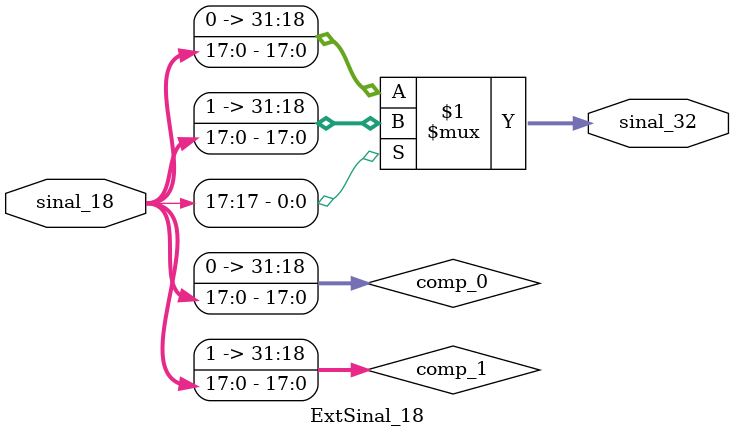
<source format=v>
module ExtSinal_18(sinal_18,sinal_32);
input [17:0] sinal_18;
output wire [31:0] sinal_32;
wire [31:0] comp_1, comp_0; // completa com 1's e completa com 0's (32 bits)
assign comp_1 = {14'b11111111111111,sinal_18};
assign comp_0 = {14'b00000000000000,sinal_18};
assign sinal_32 = (sinal_18[17]) ? comp_1 : comp_0; // analisa e extende o sinal dependendo de signal[15], o ultimo bit 
endmodule

</source>
